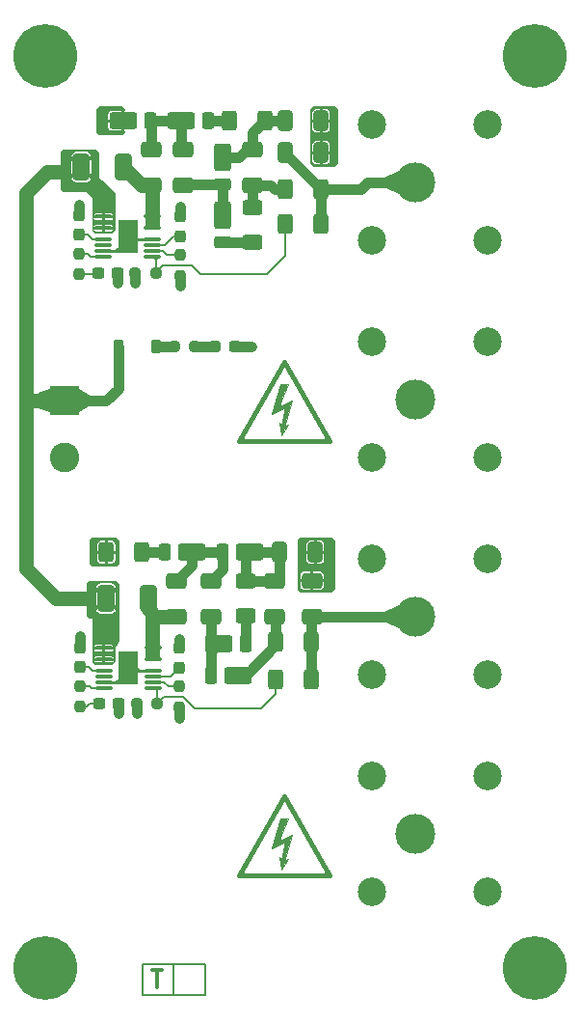
<source format=gbr>
G04 #@! TF.GenerationSoftware,KiCad,Pcbnew,8.0.6*
G04 #@! TF.CreationDate,2024-12-07T23:10:06+01:00*
G04 #@! TF.ProjectId,BOOST_LT8365,424f4f53-545f-44c5-9438-3336352e6b69,rev?*
G04 #@! TF.SameCoordinates,Original*
G04 #@! TF.FileFunction,Copper,L1,Top*
G04 #@! TF.FilePolarity,Positive*
%FSLAX46Y46*%
G04 Gerber Fmt 4.6, Leading zero omitted, Abs format (unit mm)*
G04 Created by KiCad (PCBNEW 8.0.6) date 2024-12-07 23:10:06*
%MOMM*%
%LPD*%
G01*
G04 APERTURE LIST*
G04 Aperture macros list*
%AMRoundRect*
0 Rectangle with rounded corners*
0 $1 Rounding radius*
0 $2 $3 $4 $5 $6 $7 $8 $9 X,Y pos of 4 corners*
0 Add a 4 corners polygon primitive as box body*
4,1,4,$2,$3,$4,$5,$6,$7,$8,$9,$2,$3,0*
0 Add four circle primitives for the rounded corners*
1,1,$1+$1,$2,$3*
1,1,$1+$1,$4,$5*
1,1,$1+$1,$6,$7*
1,1,$1+$1,$8,$9*
0 Add four rect primitives between the rounded corners*
20,1,$1+$1,$2,$3,$4,$5,0*
20,1,$1+$1,$4,$5,$6,$7,0*
20,1,$1+$1,$6,$7,$8,$9,0*
20,1,$1+$1,$8,$9,$2,$3,0*%
G04 Aperture macros list end*
G04 #@! TA.AperFunction,NonConductor*
%ADD10C,0.200000*%
G04 #@! TD*
%ADD11C,0.300000*%
G04 #@! TA.AperFunction,NonConductor*
%ADD12C,0.300000*%
G04 #@! TD*
G04 #@! TA.AperFunction,EtchedComponent*
%ADD13C,0.381000*%
G04 #@! TD*
G04 #@! TA.AperFunction,EtchedComponent*
%ADD14C,0.200000*%
G04 #@! TD*
G04 #@! TA.AperFunction,EtchedComponent*
%ADD15C,0.400000*%
G04 #@! TD*
G04 #@! TA.AperFunction,EtchedComponent*
%ADD16C,0.100000*%
G04 #@! TD*
G04 #@! TA.AperFunction,SMDPad,CuDef*
%ADD17RoundRect,0.250000X0.650000X-0.412500X0.650000X0.412500X-0.650000X0.412500X-0.650000X-0.412500X0*%
G04 #@! TD*
G04 #@! TA.AperFunction,SMDPad,CuDef*
%ADD18RoundRect,0.250000X-0.412500X-0.650000X0.412500X-0.650000X0.412500X0.650000X-0.412500X0.650000X0*%
G04 #@! TD*
G04 #@! TA.AperFunction,ComponentPad*
%ADD19R,2.600000X2.600000*%
G04 #@! TD*
G04 #@! TA.AperFunction,ComponentPad*
%ADD20C,2.600000*%
G04 #@! TD*
G04 #@! TA.AperFunction,SMDPad,CuDef*
%ADD21RoundRect,0.075000X-0.650000X-0.075000X0.650000X-0.075000X0.650000X0.075000X-0.650000X0.075000X0*%
G04 #@! TD*
G04 #@! TA.AperFunction,HeatsinkPad*
%ADD22C,0.550000*%
G04 #@! TD*
G04 #@! TA.AperFunction,HeatsinkPad*
%ADD23R,1.651000X2.845000*%
G04 #@! TD*
G04 #@! TA.AperFunction,SMDPad,CuDef*
%ADD24RoundRect,0.375000X-0.375000X-0.825000X0.375000X-0.825000X0.375000X0.825000X-0.375000X0.825000X0*%
G04 #@! TD*
G04 #@! TA.AperFunction,SMDPad,CuDef*
%ADD25RoundRect,0.237500X-0.250000X-0.237500X0.250000X-0.237500X0.250000X0.237500X-0.250000X0.237500X0*%
G04 #@! TD*
G04 #@! TA.AperFunction,ComponentPad*
%ADD26C,2.500000*%
G04 #@! TD*
G04 #@! TA.AperFunction,ComponentPad*
%ADD27C,3.500000*%
G04 #@! TD*
G04 #@! TA.AperFunction,SMDPad,CuDef*
%ADD28RoundRect,0.250000X-0.950000X-0.500000X0.950000X-0.500000X0.950000X0.500000X-0.950000X0.500000X0*%
G04 #@! TD*
G04 #@! TA.AperFunction,SMDPad,CuDef*
%ADD29RoundRect,0.250000X-0.275000X-0.500000X0.275000X-0.500000X0.275000X0.500000X-0.275000X0.500000X0*%
G04 #@! TD*
G04 #@! TA.AperFunction,SMDPad,CuDef*
%ADD30RoundRect,0.237500X0.237500X-0.300000X0.237500X0.300000X-0.237500X0.300000X-0.237500X-0.300000X0*%
G04 #@! TD*
G04 #@! TA.AperFunction,ComponentPad*
%ADD31C,5.600000*%
G04 #@! TD*
G04 #@! TA.AperFunction,SMDPad,CuDef*
%ADD32RoundRect,0.250000X-0.400000X-0.625000X0.400000X-0.625000X0.400000X0.625000X-0.400000X0.625000X0*%
G04 #@! TD*
G04 #@! TA.AperFunction,SMDPad,CuDef*
%ADD33RoundRect,0.237500X0.250000X0.237500X-0.250000X0.237500X-0.250000X-0.237500X0.250000X-0.237500X0*%
G04 #@! TD*
G04 #@! TA.AperFunction,SMDPad,CuDef*
%ADD34RoundRect,0.225000X-0.225000X-0.375000X0.225000X-0.375000X0.225000X0.375000X-0.225000X0.375000X0*%
G04 #@! TD*
G04 #@! TA.AperFunction,SMDPad,CuDef*
%ADD35RoundRect,0.250000X-0.650000X0.412500X-0.650000X-0.412500X0.650000X-0.412500X0.650000X0.412500X0*%
G04 #@! TD*
G04 #@! TA.AperFunction,SMDPad,CuDef*
%ADD36RoundRect,0.237500X-0.237500X0.250000X-0.237500X-0.250000X0.237500X-0.250000X0.237500X0.250000X0*%
G04 #@! TD*
G04 #@! TA.AperFunction,SMDPad,CuDef*
%ADD37RoundRect,0.250000X0.500000X-0.950000X0.500000X0.950000X-0.500000X0.950000X-0.500000X-0.950000X0*%
G04 #@! TD*
G04 #@! TA.AperFunction,SMDPad,CuDef*
%ADD38RoundRect,0.250000X0.500000X-0.275000X0.500000X0.275000X-0.500000X0.275000X-0.500000X-0.275000X0*%
G04 #@! TD*
G04 #@! TA.AperFunction,SMDPad,CuDef*
%ADD39RoundRect,0.250000X0.950000X0.500000X-0.950000X0.500000X-0.950000X-0.500000X0.950000X-0.500000X0*%
G04 #@! TD*
G04 #@! TA.AperFunction,SMDPad,CuDef*
%ADD40RoundRect,0.250000X0.275000X0.500000X-0.275000X0.500000X-0.275000X-0.500000X0.275000X-0.500000X0*%
G04 #@! TD*
G04 #@! TA.AperFunction,SMDPad,CuDef*
%ADD41RoundRect,0.250000X0.625000X-0.400000X0.625000X0.400000X-0.625000X0.400000X-0.625000X-0.400000X0*%
G04 #@! TD*
G04 #@! TA.AperFunction,SMDPad,CuDef*
%ADD42RoundRect,0.237500X-0.300000X-0.237500X0.300000X-0.237500X0.300000X0.237500X-0.300000X0.237500X0*%
G04 #@! TD*
G04 #@! TA.AperFunction,SMDPad,CuDef*
%ADD43RoundRect,0.250000X0.400000X0.625000X-0.400000X0.625000X-0.400000X-0.625000X0.400000X-0.625000X0*%
G04 #@! TD*
G04 #@! TA.AperFunction,SMDPad,CuDef*
%ADD44RoundRect,0.237500X0.287500X0.237500X-0.287500X0.237500X-0.287500X-0.237500X0.287500X-0.237500X0*%
G04 #@! TD*
G04 #@! TA.AperFunction,ViaPad*
%ADD45C,0.600000*%
G04 #@! TD*
G04 #@! TA.AperFunction,Conductor*
%ADD46C,0.200000*%
G04 #@! TD*
G04 #@! TA.AperFunction,Conductor*
%ADD47C,0.889000*%
G04 #@! TD*
G04 #@! TA.AperFunction,Conductor*
%ADD48C,0.254000*%
G04 #@! TD*
G04 #@! TA.AperFunction,Conductor*
%ADD49C,0.635000*%
G04 #@! TD*
G04 #@! TA.AperFunction,Conductor*
%ADD50C,1.270000*%
G04 #@! TD*
G04 #@! TA.AperFunction,Conductor*
%ADD51C,0.508000*%
G04 #@! TD*
G04 #@! TA.AperFunction,Conductor*
%ADD52C,0.381000*%
G04 #@! TD*
G04 APERTURE END LIST*
D10*
X137000000Y-126150000D02*
X139750000Y-126150000D01*
X139750000Y-128900000D01*
X137000000Y-128900000D01*
X137000000Y-126150000D01*
X139750000Y-126150000D02*
X142500000Y-126150000D01*
X142500000Y-128900000D01*
X139750000Y-128900000D01*
X139750000Y-126150000D01*
D11*
D12*
X137840225Y-126725828D02*
X138697368Y-126725828D01*
X138268796Y-128225828D02*
X138268796Y-126725828D01*
D13*
G04 #@! TO.C,SYM1*
X145479000Y-80295000D02*
X149479000Y-73375000D01*
D14*
X145969000Y-80275000D02*
X145702678Y-79865736D01*
X149029000Y-77050000D02*
X149239000Y-77275000D01*
X149139000Y-78930000D02*
X149649000Y-79020000D01*
X149329000Y-73795000D02*
X149639000Y-73795000D01*
X149346101Y-77314099D02*
X149591899Y-77515901D01*
D13*
X149479000Y-73375000D02*
X153479000Y-80295000D01*
D14*
X152989000Y-80275000D02*
X153255322Y-79865736D01*
D15*
X153479000Y-80295000D02*
X145479000Y-80295000D01*
D16*
X148979000Y-77335000D02*
X150143167Y-76709260D01*
X149488323Y-79095802D01*
X149823021Y-78892073D01*
X149226385Y-79779750D01*
X149008104Y-78732000D01*
X149240938Y-79052146D01*
X149517427Y-77320448D01*
X148396917Y-77917083D01*
X149124521Y-75341364D01*
X149837573Y-75341364D01*
X148979000Y-77335000D01*
G04 #@! TA.AperFunction,EtchedComponent*
G36*
X148979000Y-77335000D02*
G01*
X150143167Y-76709260D01*
X149488323Y-79095802D01*
X149823021Y-78892073D01*
X149226385Y-79779750D01*
X149008104Y-78732000D01*
X149240938Y-79052146D01*
X149517427Y-77320448D01*
X148396917Y-77917083D01*
X149124521Y-75341364D01*
X149837573Y-75341364D01*
X148979000Y-77335000D01*
G37*
G04 #@! TD.AperFunction*
D13*
G04 #@! TO.C,SYM2*
X145479000Y-118395000D02*
X149479000Y-111475000D01*
D14*
X145969000Y-118375000D02*
X145702678Y-117965736D01*
X149029000Y-115150000D02*
X149239000Y-115375000D01*
X149139000Y-117030000D02*
X149649000Y-117120000D01*
X149329000Y-111895000D02*
X149639000Y-111895000D01*
X149346101Y-115414099D02*
X149591899Y-115615901D01*
D13*
X149479000Y-111475000D02*
X153479000Y-118395000D01*
D14*
X152989000Y-118375000D02*
X153255322Y-117965736D01*
D15*
X153479000Y-118395000D02*
X145479000Y-118395000D01*
D16*
X148979000Y-115435000D02*
X150143167Y-114809260D01*
X149488323Y-117195802D01*
X149823021Y-116992073D01*
X149226385Y-117879750D01*
X149008104Y-116832000D01*
X149240938Y-117152146D01*
X149517427Y-115420448D01*
X148396917Y-116017083D01*
X149124521Y-113441364D01*
X149837573Y-113441364D01*
X148979000Y-115435000D01*
G04 #@! TA.AperFunction,EtchedComponent*
G36*
X148979000Y-115435000D02*
G01*
X150143167Y-114809260D01*
X149488323Y-117195802D01*
X149823021Y-116992073D01*
X149226385Y-117879750D01*
X149008104Y-116832000D01*
X149240938Y-117152146D01*
X149517427Y-115420448D01*
X148396917Y-116017083D01*
X149124521Y-113441364D01*
X149837573Y-113441364D01*
X148979000Y-115435000D01*
G37*
G04 #@! TD.AperFunction*
G04 #@! TD*
D17*
G04 #@! TO.P,C6,1*
G04 #@! TO.N,/Positive Voltage/+HV4*
X148590000Y-95669500D03*
G04 #@! TO.P,C6,2*
G04 #@! TO.N,Net-(D2-K)*
X148590000Y-92544500D03*
G04 #@! TD*
D18*
G04 #@! TO.P,C18,1*
G04 #@! TO.N,-110V*
X149567500Y-54991000D03*
G04 #@! TO.P,C18,2*
G04 #@! TO.N,GND*
X152692500Y-54991000D03*
G04 #@! TD*
D19*
G04 #@! TO.P,J3,1,Pin_1*
G04 #@! TO.N,+24V*
X130124000Y-76748000D03*
D20*
G04 #@! TO.P,J3,2,Pin_2*
G04 #@! TO.N,GND*
X130124000Y-81748000D03*
G04 #@! TD*
D21*
G04 #@! TO.P,U3,1,EN/UVLO*
G04 #@! TO.N,+24V*
X133570500Y-60611500D03*
G04 #@! TO.P,U3,3,VIN*
X133570500Y-61611500D03*
G04 #@! TO.P,U3,5,INVTCC*
G04 #@! TO.N,Net-(U3-INVTCC)*
X133570500Y-62611500D03*
G04 #@! TO.P,U3,6,NC*
G04 #@! TO.N,unconnected-(U3-NC-Pad6)*
X133570500Y-63111500D03*
G04 #@! TO.P,U3,7,BIAS*
G04 #@! TO.N,GND*
X133570500Y-63611500D03*
G04 #@! TO.P,U3,8,VC*
G04 #@! TO.N,Net-(U3-VC)*
X133570500Y-64111500D03*
G04 #@! TO.P,U3,9,FBX*
G04 #@! TO.N,Net-(U3-FBX)*
X137870500Y-64111500D03*
G04 #@! TO.P,U3,10,RT*
G04 #@! TO.N,Net-(U3-RT)*
X137870500Y-63611500D03*
G04 #@! TO.P,U3,11,SS*
G04 #@! TO.N,Net-(U3-SS)*
X137870500Y-63111500D03*
G04 #@! TO.P,U3,12,SYNC/MODE*
G04 #@! TO.N,GND*
X137870500Y-62611500D03*
G04 #@! TO.P,U3,14,SW2*
G04 #@! TO.N,/Negative Voltage/-HV1*
X137870500Y-61611500D03*
G04 #@! TO.P,U3,16,SW1*
X137870500Y-60611500D03*
D22*
G04 #@! TO.P,U3,17,GND*
G04 #@! TO.N,GND*
X135170000Y-61214000D03*
X135170000Y-62361500D03*
X135170000Y-63509000D03*
D23*
X135720500Y-62361500D03*
D22*
X136271000Y-61214000D03*
X136271000Y-62361500D03*
X136271000Y-63509000D03*
G04 #@! TD*
D18*
G04 #@! TO.P,C7,1*
G04 #@! TO.N,Net-(D2-K)*
X149059500Y-90043000D03*
G04 #@! TO.P,C7,2*
G04 #@! TO.N,GND*
X152184500Y-90043000D03*
G04 #@! TD*
D17*
G04 #@! TO.P,C13,1*
G04 #@! TO.N,/Negative Voltage/-HV1*
X137795000Y-57823500D03*
G04 #@! TO.P,C13,2*
G04 #@! TO.N,/Negative Voltage/-HV2*
X137795000Y-54698500D03*
G04 #@! TD*
D24*
G04 #@! TO.P,L2,1,1*
G04 #@! TO.N,+24V*
X131627000Y-56261000D03*
G04 #@! TO.P,L2,2,2*
G04 #@! TO.N,/Negative Voltage/-HV1*
X135327000Y-56261000D03*
G04 #@! TD*
D25*
G04 #@! TO.P,R9,1*
G04 #@! TO.N,Net-(D5-A)*
X139803500Y-72009000D03*
G04 #@! TO.P,R9,2*
G04 #@! TO.N,Net-(D6-A)*
X141628500Y-72009000D03*
G04 #@! TD*
D17*
G04 #@! TO.P,C16,1*
G04 #@! TO.N,/Negative Voltage/-HV4*
X146685000Y-57823500D03*
G04 #@! TO.P,C16,2*
G04 #@! TO.N,Net-(D10-K)*
X146685000Y-54698500D03*
G04 #@! TD*
D26*
G04 #@! TO.P,J2,*
G04 #@! TO.N,*
X157200000Y-109670000D03*
X157200000Y-119830000D03*
X167360000Y-109670000D03*
X167360000Y-119830000D03*
D27*
G04 #@! TO.P,J2,1,Pin_1*
G04 #@! TO.N,GND*
X161000000Y-114750000D03*
G04 #@! TD*
D28*
G04 #@! TO.P,D2,1,K*
G04 #@! TO.N,Net-(D2-K)*
X146392000Y-90043000D03*
D29*
G04 #@! TO.P,D2,2,A*
G04 #@! TO.N,/Positive Voltage/+HV2*
X144017000Y-90043000D03*
G04 #@! TD*
D30*
G04 #@! TO.P,C1,1*
G04 #@! TO.N,Net-(U1-SS)*
X140208000Y-100176500D03*
G04 #@! TO.P,C1,2*
G04 #@! TO.N,GND*
X140208000Y-98451500D03*
G04 #@! TD*
D31*
G04 #@! TO.P,H3,1,1*
G04 #@! TO.N,unconnected-(H3-Pad1)*
X171500000Y-46500000D03*
G04 #@! TD*
G04 #@! TO.P,H1,1,1*
G04 #@! TO.N,unconnected-(H1-Pad1)*
X128500000Y-46500000D03*
G04 #@! TD*
D26*
G04 #@! TO.P,J5,*
G04 #@! TO.N,*
X157200000Y-71570000D03*
X157200000Y-81730000D03*
X167360000Y-71570000D03*
X167360000Y-81730000D03*
D27*
G04 #@! TO.P,J5,1,Pin_1*
G04 #@! TO.N,GND*
X161000000Y-76650000D03*
G04 #@! TD*
D18*
G04 #@! TO.P,C17,1*
G04 #@! TO.N,Net-(D10-K)*
X149567500Y-52197000D03*
G04 #@! TO.P,C17,2*
G04 #@! TO.N,GND*
X152692500Y-52197000D03*
G04 #@! TD*
D32*
G04 #@! TO.P,R25,1*
G04 #@! TO.N,/Negative Voltage/-HV4*
X149580000Y-58166000D03*
G04 #@! TO.P,R25,2*
G04 #@! TO.N,-110V*
X152680000Y-58166000D03*
G04 #@! TD*
D33*
G04 #@! TO.P,R24,1*
G04 #@! TO.N,Net-(U3-FBX)*
X138199500Y-65532000D03*
G04 #@! TO.P,R24,2*
G04 #@! TO.N,GND*
X136374500Y-65532000D03*
G04 #@! TD*
D32*
G04 #@! TO.P,R8,1*
G04 #@! TO.N,/Positive Voltage/+HV4*
X148691000Y-97917000D03*
G04 #@! TO.P,R8,2*
G04 #@! TO.N,+110V*
X151791000Y-97917000D03*
G04 #@! TD*
D28*
G04 #@! TO.P,D4,1,K*
G04 #@! TO.N,/Positive Voltage/+HV4*
X145376000Y-100838000D03*
D29*
G04 #@! TO.P,D4,2,A*
G04 #@! TO.N,/Positive Voltage/+HV3*
X143001000Y-100838000D03*
G04 #@! TD*
D34*
G04 #@! TO.P,D5,1,K*
G04 #@! TO.N,+24V*
X134875000Y-72009000D03*
G04 #@! TO.P,D5,2,A*
G04 #@! TO.N,Net-(D5-A)*
X138175000Y-72009000D03*
G04 #@! TD*
D35*
G04 #@! TO.P,C5,1*
G04 #@! TO.N,/Positive Voltage/+HV2*
X143002000Y-92544500D03*
G04 #@! TO.P,C5,2*
G04 #@! TO.N,/Positive Voltage/+HV3*
X143002000Y-95669500D03*
G04 #@! TD*
D32*
G04 #@! TO.P,R23,1*
G04 #@! TO.N,Net-(D9-A)*
X144627000Y-52197000D03*
G04 #@! TO.P,R23,2*
G04 #@! TO.N,Net-(D10-K)*
X147727000Y-52197000D03*
G04 #@! TD*
D17*
G04 #@! TO.P,C3,1*
G04 #@! TO.N,/Positive Voltage/+HV1*
X139954000Y-95669500D03*
G04 #@! TO.P,C3,2*
G04 #@! TO.N,/Positive Voltage/+HV2*
X139954000Y-92544500D03*
G04 #@! TD*
D30*
G04 #@! TO.P,C4,1*
G04 #@! TO.N,Net-(U1-INVTCC)*
X131538000Y-100124500D03*
G04 #@! TO.P,C4,2*
G04 #@! TO.N,GND*
X131538000Y-98399500D03*
G04 #@! TD*
D36*
G04 #@! TO.P,R10,1*
G04 #@! TO.N,Net-(U3-VC)*
X131445000Y-63857500D03*
G04 #@! TO.P,R10,2*
G04 #@! TO.N,Net-(C12-Pad1)*
X131445000Y-65682500D03*
G04 #@! TD*
D37*
G04 #@! TO.P,D11,1,K*
G04 #@! TO.N,/Negative Voltage/-HV3*
X144018000Y-60490000D03*
D38*
G04 #@! TO.P,D11,2,A*
G04 #@! TO.N,Net-(D11-A)*
X144018000Y-62865000D03*
G04 #@! TD*
D31*
G04 #@! TO.P,H2,1,1*
G04 #@! TO.N,unconnected-(H2-Pad1)*
X128500000Y-126500000D03*
G04 #@! TD*
D39*
G04 #@! TO.P,D3,1,K*
G04 #@! TO.N,/Positive Voltage/+HV3*
X143676000Y-98044000D03*
D40*
G04 #@! TO.P,D3,2,A*
G04 #@! TO.N,Net-(D3-A)*
X146051000Y-98044000D03*
G04 #@! TD*
D28*
G04 #@! TO.P,D1,1,K*
G04 #@! TO.N,/Positive Voltage/+HV2*
X141312000Y-90043000D03*
D29*
G04 #@! TO.P,D1,2,A*
G04 #@! TO.N,Net-(D1-A)*
X138937000Y-90043000D03*
G04 #@! TD*
D35*
G04 #@! TO.P,C15,1*
G04 #@! TO.N,/Negative Voltage/-HV2*
X140589000Y-54698500D03*
G04 #@! TO.P,C15,2*
G04 #@! TO.N,/Negative Voltage/-HV3*
X140589000Y-57823500D03*
G04 #@! TD*
D33*
G04 #@! TO.P,R6,1*
G04 #@! TO.N,Net-(U1-FBX)*
X138292500Y-103326000D03*
G04 #@! TO.P,R6,2*
G04 #@! TO.N,GND*
X136467500Y-103326000D03*
G04 #@! TD*
D32*
G04 #@! TO.P,R4,1*
G04 #@! TO.N,Net-(U1-FBX)*
X148691000Y-101219000D03*
G04 #@! TO.P,R4,2*
G04 #@! TO.N,+110V*
X151791000Y-101219000D03*
G04 #@! TD*
D21*
G04 #@! TO.P,U1,1,EN/UVLO*
G04 #@! TO.N,+24V*
X133612000Y-98453000D03*
G04 #@! TO.P,U1,3,VIN*
X133612000Y-99453000D03*
G04 #@! TO.P,U1,5,INVTCC*
G04 #@! TO.N,Net-(U1-INVTCC)*
X133612000Y-100453000D03*
G04 #@! TO.P,U1,6,NC*
G04 #@! TO.N,unconnected-(U1-NC-Pad6)*
X133612000Y-100953000D03*
G04 #@! TO.P,U1,7,BIAS*
G04 #@! TO.N,GND*
X133612000Y-101453000D03*
G04 #@! TO.P,U1,8,VC*
G04 #@! TO.N,Net-(U1-VC)*
X133612000Y-101953000D03*
G04 #@! TO.P,U1,9,FBX*
G04 #@! TO.N,Net-(U1-FBX)*
X137912000Y-101953000D03*
G04 #@! TO.P,U1,10,RT*
G04 #@! TO.N,Net-(U1-RT)*
X137912000Y-101453000D03*
G04 #@! TO.P,U1,11,SS*
G04 #@! TO.N,Net-(U1-SS)*
X137912000Y-100953000D03*
G04 #@! TO.P,U1,12,SYNC/MODE*
G04 #@! TO.N,GND*
X137912000Y-100453000D03*
G04 #@! TO.P,U1,14,SW2*
G04 #@! TO.N,/Positive Voltage/+HV1*
X137912000Y-99453000D03*
G04 #@! TO.P,U1,16,SW1*
X137912000Y-98453000D03*
D22*
G04 #@! TO.P,U1,17,GND*
G04 #@! TO.N,GND*
X135211500Y-99055500D03*
X135211500Y-100203000D03*
X135211500Y-101350500D03*
D23*
X135762000Y-100203000D03*
D22*
X136312500Y-99055500D03*
X136312500Y-100203000D03*
X136312500Y-101350500D03*
G04 #@! TD*
D31*
G04 #@! TO.P,H4,1,1*
G04 #@! TO.N,unconnected-(H4-Pad1)*
X171500000Y-126500000D03*
G04 #@! TD*
D41*
G04 #@! TO.P,R37,1*
G04 #@! TO.N,Net-(D11-A)*
X146685000Y-62891000D03*
G04 #@! TO.P,R37,2*
G04 #@! TO.N,/Negative Voltage/-HV4*
X146685000Y-59791000D03*
G04 #@! TD*
D32*
G04 #@! TO.P,R26,1*
G04 #@! TO.N,Net-(U3-FBX)*
X149580000Y-61214000D03*
G04 #@! TO.P,R26,2*
G04 #@! TO.N,-110V*
X152680000Y-61214000D03*
G04 #@! TD*
D26*
G04 #@! TO.P,J1,*
G04 #@! TO.N,*
X157200000Y-90620000D03*
X157200000Y-100780000D03*
X167360000Y-90620000D03*
X167360000Y-100780000D03*
D27*
G04 #@! TO.P,J1,1,Pin_1*
G04 #@! TO.N,+110V*
X161000000Y-95700000D03*
G04 #@! TD*
D36*
G04 #@! TO.P,R7,1*
G04 #@! TO.N,Net-(U3-RT)*
X140335000Y-63984500D03*
G04 #@! TO.P,R7,2*
G04 #@! TO.N,GND*
X140335000Y-65809500D03*
G04 #@! TD*
D26*
G04 #@! TO.P,J4,*
G04 #@! TO.N,*
X157200000Y-52520000D03*
X157200000Y-62680000D03*
X167360000Y-52520000D03*
X167360000Y-62680000D03*
D27*
G04 #@! TO.P,J4,1,Pin_1*
G04 #@! TO.N,-110V*
X161000000Y-57600000D03*
G04 #@! TD*
D39*
G04 #@! TO.P,D8,1,K*
G04 #@! TO.N,GND*
X135294000Y-52197000D03*
D40*
G04 #@! TO.P,D8,2,A*
G04 #@! TO.N,/Negative Voltage/-HV2*
X137669000Y-52197000D03*
G04 #@! TD*
D37*
G04 #@! TO.P,D10,1,K*
G04 #@! TO.N,Net-(D10-K)*
X144018000Y-55411000D03*
D38*
G04 #@! TO.P,D10,2,A*
G04 #@! TO.N,/Negative Voltage/-HV3*
X144018000Y-57786000D03*
G04 #@! TD*
D17*
G04 #@! TO.P,C8,1*
G04 #@! TO.N,+110V*
X151892000Y-95669500D03*
G04 #@! TO.P,C8,2*
G04 #@! TO.N,GND*
X151892000Y-92544500D03*
G04 #@! TD*
D30*
G04 #@! TO.P,C11,1*
G04 #@! TO.N,Net-(U3-SS)*
X140335000Y-62330500D03*
G04 #@! TO.P,C11,2*
G04 #@! TO.N,GND*
X140335000Y-60605500D03*
G04 #@! TD*
D42*
G04 #@! TO.P,C2,1*
G04 #@! TO.N,Net-(C2-Pad1)*
X133215500Y-103326000D03*
G04 #@! TO.P,C2,2*
G04 #@! TO.N,GND*
X134940500Y-103326000D03*
G04 #@! TD*
D30*
G04 #@! TO.P,C14,1*
G04 #@! TO.N,Net-(U3-INVTCC)*
X131445000Y-62203500D03*
G04 #@! TO.P,C14,2*
G04 #@! TO.N,GND*
X131445000Y-60478500D03*
G04 #@! TD*
D43*
G04 #@! TO.P,R3,1*
G04 #@! TO.N,Net-(D1-A)*
X136932000Y-90043000D03*
G04 #@! TO.P,R3,2*
G04 #@! TO.N,GND*
X133832000Y-90043000D03*
G04 #@! TD*
D41*
G04 #@! TO.P,R5,1*
G04 #@! TO.N,Net-(D3-A)*
X146050000Y-95657000D03*
G04 #@! TO.P,R5,2*
G04 #@! TO.N,Net-(D2-K)*
X146050000Y-92557000D03*
G04 #@! TD*
D44*
G04 #@! TO.P,D6,1,K*
G04 #@! TO.N,GND*
X145123500Y-72009000D03*
G04 #@! TO.P,D6,2,A*
G04 #@! TO.N,Net-(D6-A)*
X143373500Y-72009000D03*
G04 #@! TD*
D39*
G04 #@! TO.P,D9,1,K*
G04 #@! TO.N,/Negative Voltage/-HV2*
X140373000Y-52197000D03*
D40*
G04 #@! TO.P,D9,2,A*
G04 #@! TO.N,Net-(D9-A)*
X142748000Y-52197000D03*
G04 #@! TD*
D24*
G04 #@! TO.P,L1,1,1*
G04 #@! TO.N,+24V*
X133786000Y-94107000D03*
G04 #@! TO.P,L1,2,2*
G04 #@! TO.N,/Positive Voltage/+HV1*
X137486000Y-94107000D03*
G04 #@! TD*
D42*
G04 #@! TO.P,C12,1*
G04 #@! TO.N,Net-(C12-Pad1)*
X133122500Y-65532000D03*
G04 #@! TO.P,C12,2*
G04 #@! TO.N,GND*
X134847500Y-65532000D03*
G04 #@! TD*
D36*
G04 #@! TO.P,R1,1*
G04 #@! TO.N,Net-(U1-RT)*
X140208000Y-101830500D03*
G04 #@! TO.P,R1,2*
G04 #@! TO.N,GND*
X140208000Y-103655500D03*
G04 #@! TD*
G04 #@! TO.P,R2,1*
G04 #@! TO.N,Net-(U1-VC)*
X131538000Y-101778500D03*
G04 #@! TO.P,R2,2*
G04 #@! TO.N,Net-(C2-Pad1)*
X131538000Y-103603500D03*
G04 #@! TD*
D45*
G04 #@! TO.N,GND*
X136467500Y-104140000D03*
X136374500Y-66397500D03*
X140335000Y-66675000D03*
X132715000Y-89281000D03*
X131538000Y-97443000D03*
X133350000Y-53086000D03*
X134940500Y-104200500D03*
X153416000Y-91440000D03*
X140208000Y-97663000D03*
X133350000Y-51308000D03*
X140208000Y-104572750D03*
X153416000Y-90043000D03*
X153797000Y-52197000D03*
X134847500Y-66394500D03*
X132715000Y-90043000D03*
X131445000Y-59563000D03*
X153416000Y-92837000D03*
X132715000Y-90805000D03*
X146558000Y-72009000D03*
X140335000Y-59690000D03*
X133350000Y-52197000D03*
X153797000Y-54991000D03*
X153797000Y-53594000D03*
G04 #@! TD*
D46*
G04 #@! TO.N,Net-(U1-SS)*
X139431500Y-100953000D02*
X140208000Y-100176500D01*
X137913000Y-100953000D02*
X139431500Y-100953000D01*
D47*
G04 #@! TO.N,GND*
X131538000Y-98399500D02*
X131538000Y-97443000D01*
D48*
X133570500Y-63611500D02*
X135067500Y-63611500D01*
D47*
X145123500Y-72009000D02*
X146558000Y-72009000D01*
X136467500Y-103326000D02*
X136467500Y-104140000D01*
X134940500Y-103326000D02*
X134940500Y-104200500D01*
D46*
X137870500Y-62611500D02*
X136521000Y-62611500D01*
D47*
X140208000Y-98451500D02*
X140208000Y-97663000D01*
D48*
X135970500Y-62611500D02*
X135720500Y-62361500D01*
D46*
X136013000Y-100453000D02*
X135763000Y-100203000D01*
D48*
X135110000Y-101453000D02*
X135212500Y-101350500D01*
D49*
X140208000Y-103707250D02*
X140208000Y-104572750D01*
D48*
X133613000Y-101453000D02*
X135110000Y-101453000D01*
X137870500Y-62611500D02*
X135970500Y-62611500D01*
X135067500Y-63611500D02*
X135170000Y-63509000D01*
D47*
X140208000Y-103655500D02*
X140208000Y-104572750D01*
D48*
X136563500Y-100453000D02*
X136313500Y-100203000D01*
D47*
X134847500Y-65532000D02*
X134847500Y-66394500D01*
X140335000Y-60605500D02*
X140335000Y-59690000D01*
X140335000Y-65809500D02*
X140335000Y-66675000D01*
X131445000Y-60478500D02*
X131445000Y-59563000D01*
D48*
X137913000Y-100453000D02*
X136563500Y-100453000D01*
D47*
X136374500Y-65532000D02*
X136374500Y-66397500D01*
D46*
G04 #@! TO.N,Net-(C2-Pad1)*
X132108500Y-103603500D02*
X131538000Y-103603500D01*
X132386000Y-103326000D02*
X132108500Y-103603500D01*
X133215500Y-103326000D02*
X132386000Y-103326000D01*
D47*
G04 #@! TO.N,/Positive Voltage/+HV2*
X139954000Y-92544500D02*
X141312000Y-91186500D01*
X141312000Y-91186500D02*
X141312000Y-90043000D01*
X144018000Y-90044000D02*
X144017000Y-90043000D01*
X144017000Y-90043000D02*
X141312000Y-90043000D01*
X144018000Y-91528500D02*
X144018000Y-90044000D01*
X143002000Y-92544500D02*
X144018000Y-91528500D01*
D50*
G04 #@! TO.N,/Positive Voltage/+HV1*
X139954000Y-95669500D02*
X138087500Y-95669500D01*
D51*
X137486000Y-94814000D02*
X137486000Y-94107000D01*
D50*
X137486000Y-95068000D02*
X137486000Y-94107000D01*
X138087500Y-95669500D02*
X137486000Y-95068000D01*
D46*
G04 #@! TO.N,Net-(U1-INVTCC)*
X133613000Y-100453000D02*
X132584000Y-100453000D01*
X132584000Y-100453000D02*
X132255500Y-100124500D01*
X132255500Y-100124500D02*
X131538000Y-100124500D01*
D47*
G04 #@! TO.N,/Positive Voltage/+HV3*
X143001000Y-100838000D02*
X143001000Y-98719000D01*
X143001000Y-98719000D02*
X143676000Y-98044000D01*
X143002000Y-97370000D02*
X143676000Y-98044000D01*
X143002000Y-95669500D02*
X143002000Y-97370000D01*
G04 #@! TO.N,/Positive Voltage/+HV4*
X148691000Y-98197000D02*
X148691000Y-97917000D01*
X148691000Y-97917000D02*
X148691000Y-95770500D01*
X148691000Y-95770500D02*
X148590000Y-95669500D01*
X145376000Y-100838000D02*
X146050000Y-100838000D01*
X146050000Y-100838000D02*
X148691000Y-98197000D01*
G04 #@! TO.N,Net-(D2-K)*
X146050000Y-92557000D02*
X146050000Y-90385000D01*
X146392000Y-90043000D02*
X149059500Y-90043000D01*
X149059500Y-92075000D02*
X148590000Y-92544500D01*
X149059500Y-90043000D02*
X149059500Y-92075000D01*
X146050000Y-90385000D02*
X146392000Y-90043000D01*
X148590000Y-92544500D02*
X146062500Y-92544500D01*
X146062500Y-92544500D02*
X146050000Y-92557000D01*
D51*
G04 #@! TO.N,+110V*
X160468500Y-95669500D02*
X160499000Y-95700000D01*
D47*
X151791000Y-97917000D02*
X151791000Y-95770500D01*
X152552400Y-95669500D02*
X152582900Y-95700000D01*
X151791000Y-101219000D02*
X151791000Y-97917000D01*
X151892000Y-95669500D02*
X152552400Y-95669500D01*
X152582900Y-95700000D02*
X161000000Y-95700000D01*
X151791000Y-95770500D02*
X151892000Y-95669500D01*
D46*
G04 #@! TO.N,Net-(U3-SS)*
X138932250Y-63111500D02*
X139713250Y-62330500D01*
X139713250Y-62330500D02*
X140335000Y-62330500D01*
X137870500Y-63111500D02*
X138932250Y-63111500D01*
G04 #@! TO.N,Net-(C12-Pad1)*
X131445000Y-65682500D02*
X132972000Y-65682500D01*
X132972000Y-65682500D02*
X133122500Y-65532000D01*
D48*
G04 #@! TO.N,/Negative Voltage/-HV1*
X137870500Y-57899000D02*
X137795000Y-57823500D01*
D50*
X137795000Y-57823500D02*
X136889500Y-57823500D01*
X136889500Y-57823500D02*
X135327000Y-56261000D01*
D47*
G04 #@! TO.N,/Negative Voltage/-HV2*
X137669000Y-52197000D02*
X140373000Y-52197000D01*
X137795000Y-54698500D02*
X137795000Y-52323000D01*
X140373000Y-54482500D02*
X140589000Y-54698500D01*
X137795000Y-52323000D02*
X137669000Y-52197000D01*
X140373000Y-52197000D02*
X140373000Y-54482500D01*
D46*
G04 #@! TO.N,Net-(U3-INVTCC)*
X132588500Y-62611500D02*
X132180500Y-62203500D01*
X133570500Y-62611500D02*
X132588500Y-62611500D01*
X132180500Y-62203500D02*
X131445000Y-62203500D01*
D47*
G04 #@! TO.N,/Negative Voltage/-HV3*
X140626500Y-57786000D02*
X140589000Y-57823500D01*
X144018000Y-57786000D02*
X144018000Y-60490000D01*
X144018000Y-57786000D02*
X140626500Y-57786000D01*
G04 #@! TO.N,Net-(D10-K)*
X146685000Y-54698500D02*
X146685000Y-53239000D01*
X146685000Y-53239000D02*
X147727000Y-52197000D01*
X146164700Y-54698500D02*
X146685000Y-54698500D01*
X147727000Y-52197000D02*
X149567500Y-52197000D01*
X144018000Y-55411000D02*
X145452200Y-55411000D01*
X145452200Y-55411000D02*
X146164700Y-54698500D01*
G04 #@! TO.N,/Negative Voltage/-HV4*
X146685000Y-57823500D02*
X146685000Y-59791000D01*
X148297500Y-57823500D02*
X146685000Y-57823500D01*
D51*
X147066000Y-60172000D02*
X146685000Y-59791000D01*
D47*
X148640000Y-58166000D02*
X148297500Y-57823500D01*
X149580000Y-58166000D02*
X148640000Y-58166000D01*
G04 #@! TO.N,-110V*
X156210000Y-58166000D02*
X156776000Y-57600000D01*
X152654000Y-58166000D02*
X149567500Y-55079500D01*
D51*
X160499000Y-57600000D02*
X157937200Y-57600000D01*
D47*
X152680000Y-58166000D02*
X152680000Y-61214000D01*
X152680000Y-58166000D02*
X152654000Y-58166000D01*
X157937200Y-57600000D02*
X161000000Y-57600000D01*
X152680000Y-58166000D02*
X156210000Y-58166000D01*
X149567500Y-55079500D02*
X149567500Y-54991000D01*
X156776000Y-57600000D02*
X157937200Y-57600000D01*
G04 #@! TO.N,Net-(D1-A)*
X138937000Y-90043000D02*
X136932000Y-90043000D01*
G04 #@! TO.N,Net-(D3-A)*
X146051000Y-98044000D02*
X146051000Y-95658000D01*
X146051000Y-95658000D02*
X146050000Y-95657000D01*
G04 #@! TO.N,Net-(D9-A)*
X142748000Y-52197000D02*
X144627000Y-52197000D01*
G04 #@! TO.N,Net-(D11-A)*
X144044000Y-62891000D02*
X144018000Y-62865000D01*
X146685000Y-62891000D02*
X144044000Y-62891000D01*
G04 #@! TO.N,+24V*
X133818000Y-76748000D02*
X134875000Y-75691000D01*
D52*
X130164000Y-76708000D02*
X130124000Y-76748000D01*
D50*
X126746000Y-77089000D02*
X126746000Y-58547000D01*
X130124000Y-76748000D02*
X127341000Y-76748000D01*
X129413000Y-94107000D02*
X132207000Y-94107000D01*
X126746000Y-75946000D02*
X126746000Y-91440000D01*
D47*
X134875000Y-75691000D02*
X134875000Y-72009000D01*
X130124000Y-76748000D02*
X133818000Y-76748000D01*
D50*
X126746000Y-58547000D02*
X128651000Y-56642000D01*
X128651000Y-56642000D02*
X130048000Y-56642000D01*
X126746000Y-91440000D02*
X129413000Y-94107000D01*
D46*
G04 #@! TO.N,Net-(U1-RT)*
X139295500Y-101830500D02*
X138918000Y-101453000D01*
X140208000Y-101830500D02*
X139295500Y-101830500D01*
X138918000Y-101453000D02*
X137913000Y-101453000D01*
G04 #@! TO.N,Net-(U1-VC)*
X132560000Y-101953000D02*
X132385500Y-101778500D01*
X133613000Y-101953000D02*
X132560000Y-101953000D01*
X132385500Y-101778500D02*
X131538000Y-101778500D01*
G04 #@! TO.N,Net-(U1-FBX)*
X138430000Y-102039250D02*
X138292500Y-102176750D01*
X138107250Y-102039250D02*
X138244750Y-102176750D01*
X137913000Y-101953000D02*
X137941000Y-101981000D01*
X138875500Y-102743000D02*
X140589000Y-102743000D01*
X138292500Y-103326000D02*
X138875500Y-102743000D01*
X140589000Y-102743000D02*
X141605000Y-103759000D01*
X147447000Y-103759000D02*
X148691000Y-102515000D01*
X141605000Y-103759000D02*
X147447000Y-103759000D01*
X138292500Y-102118500D02*
X138292500Y-103326000D01*
X148691000Y-102515000D02*
X148691000Y-101092000D01*
G04 #@! TO.N,Net-(U3-RT)*
X138795500Y-63611500D02*
X137870500Y-63611500D01*
X139168500Y-63984500D02*
X138795500Y-63611500D01*
X140335000Y-63984500D02*
X139168500Y-63984500D01*
G04 #@! TO.N,Net-(U3-VC)*
X132437500Y-64111500D02*
X132183500Y-63857500D01*
X132183500Y-63857500D02*
X131445000Y-63857500D01*
X133570500Y-64111500D02*
X132437500Y-64111500D01*
G04 #@! TO.N,Net-(U3-FBX)*
X141351000Y-64897000D02*
X142113000Y-65659000D01*
X138176000Y-64417000D02*
X138176000Y-65508500D01*
X138834500Y-64897000D02*
X141351000Y-64897000D01*
X137870500Y-64111500D02*
X137894000Y-64135000D01*
X138199500Y-65532000D02*
X138834500Y-64897000D01*
X137894000Y-64135000D02*
X138303000Y-64135000D01*
X147955000Y-65659000D02*
X149580000Y-64034000D01*
X149580000Y-64034000D02*
X149580000Y-61214000D01*
X142113000Y-65659000D02*
X147955000Y-65659000D01*
X138176000Y-64389000D02*
X138455750Y-64109250D01*
X137870500Y-64111500D02*
X138176000Y-64417000D01*
X138176000Y-64417000D02*
X138176000Y-64389000D01*
X138176000Y-65508500D02*
X138199500Y-65532000D01*
D47*
G04 #@! TO.N,Net-(D5-A)*
X138175000Y-72009000D02*
X139803500Y-72009000D01*
G04 #@! TO.N,Net-(D6-A)*
X141628500Y-72009000D02*
X143373500Y-72009000D01*
G04 #@! TD*
G04 #@! TA.AperFunction,Conductor*
G04 #@! TO.N,GND*
G36*
X153942306Y-50945306D02*
G01*
X154159694Y-51162694D01*
X154178000Y-51206888D01*
X154178000Y-55981112D01*
X154159694Y-56025306D01*
X153942306Y-56242694D01*
X153898112Y-56261000D01*
X152111320Y-56261000D01*
X152067126Y-56242694D01*
X151783306Y-55958874D01*
X151765000Y-55914680D01*
X151765000Y-55676777D01*
X151903001Y-55676777D01*
X151913676Y-55750056D01*
X151913678Y-55750060D01*
X151968936Y-55863095D01*
X152057904Y-55952063D01*
X152170941Y-56007322D01*
X152244221Y-56017999D01*
X152565500Y-56017999D01*
X152819500Y-56017999D01*
X153140778Y-56017999D01*
X153214056Y-56007323D01*
X153214060Y-56007321D01*
X153327095Y-55952063D01*
X153416063Y-55863095D01*
X153471322Y-55750058D01*
X153482000Y-55676778D01*
X153482000Y-55118000D01*
X152819500Y-55118000D01*
X152819500Y-56017999D01*
X152565500Y-56017999D01*
X152565500Y-55118000D01*
X151903001Y-55118000D01*
X151903001Y-55676777D01*
X151765000Y-55676777D01*
X151765000Y-54305221D01*
X151903000Y-54305221D01*
X151903000Y-54864000D01*
X152565500Y-54864000D01*
X152819500Y-54864000D01*
X153481999Y-54864000D01*
X153481999Y-54305222D01*
X153471323Y-54231943D01*
X153471321Y-54231939D01*
X153416063Y-54118904D01*
X153327095Y-54029936D01*
X153214058Y-53974677D01*
X153140778Y-53964000D01*
X152819500Y-53964000D01*
X152819500Y-54864000D01*
X152565500Y-54864000D01*
X152565500Y-53964000D01*
X152244222Y-53964000D01*
X152170943Y-53974676D01*
X152170939Y-53974678D01*
X152057904Y-54029936D01*
X151968936Y-54118904D01*
X151913677Y-54231941D01*
X151903000Y-54305221D01*
X151765000Y-54305221D01*
X151765000Y-52882777D01*
X151903001Y-52882777D01*
X151913676Y-52956056D01*
X151913678Y-52956060D01*
X151968936Y-53069095D01*
X152057904Y-53158063D01*
X152170941Y-53213322D01*
X152244221Y-53223999D01*
X152565500Y-53223999D01*
X152819500Y-53223999D01*
X153140778Y-53223999D01*
X153214056Y-53213323D01*
X153214060Y-53213321D01*
X153327095Y-53158063D01*
X153416063Y-53069095D01*
X153471322Y-52956058D01*
X153482000Y-52882778D01*
X153482000Y-52324000D01*
X152819500Y-52324000D01*
X152819500Y-53223999D01*
X152565500Y-53223999D01*
X152565500Y-52324000D01*
X151903001Y-52324000D01*
X151903001Y-52882777D01*
X151765000Y-52882777D01*
X151765000Y-51511221D01*
X151903000Y-51511221D01*
X151903000Y-52070000D01*
X152565500Y-52070000D01*
X152819500Y-52070000D01*
X153481999Y-52070000D01*
X153481999Y-51511222D01*
X153471323Y-51437943D01*
X153471321Y-51437939D01*
X153416063Y-51324904D01*
X153327095Y-51235936D01*
X153214058Y-51180677D01*
X153140778Y-51170000D01*
X152819500Y-51170000D01*
X152819500Y-52070000D01*
X152565500Y-52070000D01*
X152565500Y-51170000D01*
X152244222Y-51170000D01*
X152170943Y-51180676D01*
X152170939Y-51180678D01*
X152057904Y-51235936D01*
X151968936Y-51324904D01*
X151913677Y-51437941D01*
X151903000Y-51511221D01*
X151765000Y-51511221D01*
X151765000Y-51206888D01*
X151783306Y-51162694D01*
X152000694Y-50945306D01*
X152044888Y-50927000D01*
X153898112Y-50927000D01*
X153942306Y-50945306D01*
G37*
G04 #@! TD.AperFunction*
G04 #@! TD*
G04 #@! TA.AperFunction,Conductor*
G04 #@! TO.N,+24V*
G36*
X132987306Y-54755306D02*
G01*
X133204694Y-54972694D01*
X133223000Y-55016888D01*
X133223000Y-57277000D01*
X133419586Y-57437842D01*
X133419587Y-57437844D01*
X134412533Y-58250255D01*
X134429435Y-58271863D01*
X134613979Y-58661294D01*
X134620000Y-58688058D01*
X134620000Y-61823112D01*
X134601694Y-61867306D01*
X134384306Y-62084694D01*
X134340112Y-62103000D01*
X132867888Y-62103000D01*
X132823694Y-62084694D01*
X132606306Y-61867306D01*
X132588000Y-61823112D01*
X132588000Y-61738500D01*
X132724887Y-61738500D01*
X132730220Y-61765314D01*
X132730222Y-61765319D01*
X132774865Y-61832133D01*
X132774866Y-61832134D01*
X132841682Y-61876778D01*
X132900607Y-61888499D01*
X133443500Y-61888499D01*
X133697500Y-61888499D01*
X134240391Y-61888499D01*
X134240392Y-61888498D01*
X134299314Y-61876779D01*
X134299319Y-61876777D01*
X134366133Y-61832134D01*
X134366134Y-61832133D01*
X134410777Y-61765319D01*
X134410779Y-61765314D01*
X134416113Y-61738500D01*
X133697500Y-61738500D01*
X133697500Y-61888499D01*
X133443500Y-61888499D01*
X133443500Y-61738500D01*
X132724887Y-61738500D01*
X132588000Y-61738500D01*
X132588000Y-61484499D01*
X132724887Y-61484499D01*
X132724887Y-61484500D01*
X133443500Y-61484500D01*
X133697500Y-61484500D01*
X134416113Y-61484500D01*
X134416112Y-61484499D01*
X134410779Y-61457685D01*
X134410777Y-61457680D01*
X134366134Y-61390866D01*
X134366133Y-61390865D01*
X134299317Y-61346221D01*
X134240392Y-61334500D01*
X133697500Y-61334500D01*
X133697500Y-61484500D01*
X133443500Y-61484500D01*
X133443500Y-61334500D01*
X132900609Y-61334500D01*
X132900607Y-61334501D01*
X132841685Y-61346220D01*
X132841680Y-61346222D01*
X132774866Y-61390865D01*
X132774865Y-61390866D01*
X132730222Y-61457680D01*
X132730220Y-61457685D01*
X132724887Y-61484499D01*
X132588000Y-61484499D01*
X132588000Y-60738500D01*
X132724887Y-60738500D01*
X132730220Y-60765314D01*
X132730222Y-60765319D01*
X132774865Y-60832133D01*
X132774866Y-60832134D01*
X132841682Y-60876778D01*
X132900607Y-60888499D01*
X133443500Y-60888499D01*
X133697500Y-60888499D01*
X134240391Y-60888499D01*
X134240392Y-60888498D01*
X134299314Y-60876779D01*
X134299319Y-60876777D01*
X134366133Y-60832134D01*
X134366134Y-60832133D01*
X134410777Y-60765319D01*
X134410779Y-60765314D01*
X134416113Y-60738500D01*
X133697500Y-60738500D01*
X133697500Y-60888499D01*
X133443500Y-60888499D01*
X133443500Y-60738500D01*
X132724887Y-60738500D01*
X132588000Y-60738500D01*
X132588000Y-60484499D01*
X132724887Y-60484499D01*
X132724887Y-60484500D01*
X133443500Y-60484500D01*
X133697500Y-60484500D01*
X134416113Y-60484500D01*
X134416112Y-60484499D01*
X134410779Y-60457685D01*
X134410777Y-60457680D01*
X134366134Y-60390866D01*
X134366133Y-60390865D01*
X134299317Y-60346221D01*
X134240392Y-60334500D01*
X133697500Y-60334500D01*
X133697500Y-60484500D01*
X133443500Y-60484500D01*
X133443500Y-60334500D01*
X132900609Y-60334500D01*
X132900607Y-60334501D01*
X132841685Y-60346220D01*
X132841680Y-60346222D01*
X132774866Y-60390865D01*
X132774865Y-60390866D01*
X132730222Y-60457680D01*
X132730220Y-60457685D01*
X132724887Y-60484499D01*
X132588000Y-60484499D01*
X132588000Y-59182000D01*
X132588000Y-58928000D01*
X132080000Y-58420000D01*
X131826002Y-58420000D01*
X130073888Y-58420000D01*
X130029694Y-58401694D01*
X129812306Y-58184306D01*
X129794000Y-58140112D01*
X129794000Y-57279291D01*
X130788312Y-57279291D01*
X130806873Y-57329053D01*
X130806876Y-57329058D01*
X130893382Y-57444617D01*
X131008941Y-57531123D01*
X131008946Y-57531126D01*
X131144193Y-57581571D01*
X131203984Y-57587999D01*
X132050006Y-57587999D01*
X132050023Y-57587998D01*
X132109804Y-57581571D01*
X132109809Y-57581570D01*
X132245053Y-57531126D01*
X132245058Y-57531123D01*
X132360617Y-57444617D01*
X132447125Y-57329056D01*
X132465685Y-57279290D01*
X132465685Y-57279289D01*
X131627000Y-56440605D01*
X130788313Y-57279289D01*
X130788312Y-57279291D01*
X129794000Y-57279291D01*
X129794000Y-56958394D01*
X130750000Y-56958394D01*
X131447395Y-56261000D01*
X131447395Y-56260999D01*
X131806605Y-56260999D01*
X131806605Y-56261000D01*
X132503998Y-56958394D01*
X132503999Y-56958394D01*
X132503999Y-55563604D01*
X132503998Y-55563604D01*
X131806605Y-56260999D01*
X131447395Y-56260999D01*
X130750000Y-55563604D01*
X130750000Y-56958394D01*
X129794000Y-56958394D01*
X129794000Y-55242707D01*
X130788313Y-55242707D01*
X130788313Y-55242708D01*
X131627000Y-56081395D01*
X132465685Y-55242709D01*
X132465686Y-55242707D01*
X132447124Y-55192942D01*
X132360617Y-55077382D01*
X132245058Y-54990876D01*
X132245053Y-54990873D01*
X132109806Y-54940428D01*
X132050015Y-54934000D01*
X131203993Y-54934000D01*
X131203976Y-54934001D01*
X131144195Y-54940428D01*
X131144190Y-54940429D01*
X131008946Y-54990873D01*
X131008941Y-54990876D01*
X130893382Y-55077382D01*
X130806876Y-55192941D01*
X130806873Y-55192946D01*
X130788313Y-55242707D01*
X129794000Y-55242707D01*
X129794000Y-55016888D01*
X129812306Y-54972694D01*
X130029694Y-54755306D01*
X130073888Y-54737000D01*
X132943112Y-54737000D01*
X132987306Y-54755306D01*
G37*
G04 #@! TD.AperFunction*
G04 #@! TD*
G04 #@! TA.AperFunction,Conductor*
G04 #@! TO.N,GND*
G36*
X134765306Y-88791306D02*
G01*
X134982694Y-89008694D01*
X135001000Y-89052888D01*
X135001000Y-91033112D01*
X134982694Y-91077306D01*
X134765306Y-91294694D01*
X134721112Y-91313000D01*
X132613888Y-91313000D01*
X132569694Y-91294694D01*
X132352306Y-91077306D01*
X132334000Y-91033112D01*
X132334000Y-90703777D01*
X133055001Y-90703777D01*
X133065676Y-90777056D01*
X133065678Y-90777060D01*
X133120936Y-90890095D01*
X133209904Y-90979063D01*
X133322941Y-91034322D01*
X133396221Y-91044999D01*
X133705000Y-91044999D01*
X133959000Y-91044999D01*
X134267778Y-91044999D01*
X134341056Y-91034323D01*
X134341060Y-91034321D01*
X134454095Y-90979063D01*
X134543063Y-90890095D01*
X134598322Y-90777058D01*
X134609000Y-90703778D01*
X134609000Y-90170000D01*
X133959000Y-90170000D01*
X133959000Y-91044999D01*
X133705000Y-91044999D01*
X133705000Y-90170000D01*
X133055001Y-90170000D01*
X133055001Y-90703777D01*
X132334000Y-90703777D01*
X132334000Y-89382221D01*
X133055000Y-89382221D01*
X133055000Y-89916000D01*
X133705000Y-89916000D01*
X133959000Y-89916000D01*
X134608999Y-89916000D01*
X134608999Y-89382222D01*
X134598323Y-89308943D01*
X134598321Y-89308939D01*
X134543063Y-89195904D01*
X134454095Y-89106936D01*
X134341058Y-89051677D01*
X134267778Y-89041000D01*
X133959000Y-89041000D01*
X133959000Y-89916000D01*
X133705000Y-89916000D01*
X133705000Y-89041000D01*
X133396222Y-89041000D01*
X133322943Y-89051676D01*
X133322939Y-89051678D01*
X133209904Y-89106936D01*
X133120936Y-89195904D01*
X133065677Y-89308941D01*
X133055000Y-89382221D01*
X132334000Y-89382221D01*
X132334000Y-89052888D01*
X132352306Y-89008694D01*
X132569694Y-88791306D01*
X132613888Y-88773000D01*
X134721112Y-88773000D01*
X134765306Y-88791306D01*
G37*
G04 #@! TD.AperFunction*
G04 #@! TD*
G04 #@! TA.AperFunction,Conductor*
G04 #@! TO.N,GND*
G36*
X135273306Y-50945306D02*
G01*
X135490694Y-51162694D01*
X135509000Y-51206888D01*
X135509000Y-51257500D01*
X135490694Y-51301694D01*
X135446500Y-51320000D01*
X135421000Y-51320000D01*
X135421000Y-53073999D01*
X135446500Y-53073999D01*
X135490694Y-53092305D01*
X135509000Y-53136499D01*
X135509000Y-53187112D01*
X135490694Y-53231306D01*
X135273306Y-53448694D01*
X135229112Y-53467000D01*
X133248888Y-53467000D01*
X133204694Y-53448694D01*
X132987306Y-53231306D01*
X132969000Y-53187112D01*
X132969000Y-52732777D01*
X133967001Y-52732777D01*
X133977676Y-52806056D01*
X133977678Y-52806060D01*
X134032936Y-52919095D01*
X134121904Y-53008063D01*
X134234941Y-53063322D01*
X134308221Y-53073999D01*
X135167000Y-53073999D01*
X135167000Y-52324000D01*
X133967001Y-52324000D01*
X133967001Y-52732777D01*
X132969000Y-52732777D01*
X132969000Y-51661221D01*
X133967000Y-51661221D01*
X133967000Y-52070000D01*
X135167000Y-52070000D01*
X135167000Y-51320000D01*
X134308222Y-51320000D01*
X134234943Y-51330676D01*
X134234939Y-51330678D01*
X134121904Y-51385936D01*
X134032936Y-51474904D01*
X133977677Y-51587941D01*
X133967000Y-51661221D01*
X132969000Y-51661221D01*
X132969000Y-51206888D01*
X132987306Y-51162694D01*
X133204694Y-50945306D01*
X133248888Y-50927000D01*
X135229112Y-50927000D01*
X135273306Y-50945306D01*
G37*
G04 #@! TD.AperFunction*
G04 #@! TD*
G04 #@! TA.AperFunction,Conductor*
G04 #@! TO.N,GND*
G36*
X153688306Y-88791306D02*
G01*
X153905694Y-89008694D01*
X153924000Y-89052888D01*
X153924000Y-93319112D01*
X153905694Y-93363306D01*
X153688306Y-93580694D01*
X153644112Y-93599000D01*
X150901888Y-93599000D01*
X150857694Y-93580694D01*
X150640306Y-93363306D01*
X150622000Y-93319112D01*
X150622000Y-92992777D01*
X150865001Y-92992777D01*
X150875676Y-93066056D01*
X150875678Y-93066060D01*
X150930936Y-93179095D01*
X151019904Y-93268063D01*
X151132941Y-93323322D01*
X151206221Y-93333999D01*
X151765000Y-93333999D01*
X152019000Y-93333999D01*
X152577778Y-93333999D01*
X152651056Y-93323323D01*
X152651060Y-93323321D01*
X152764095Y-93268063D01*
X152853063Y-93179095D01*
X152908322Y-93066058D01*
X152919000Y-92992778D01*
X152919000Y-92671500D01*
X152019000Y-92671500D01*
X152019000Y-93333999D01*
X151765000Y-93333999D01*
X151765000Y-92671500D01*
X150865001Y-92671500D01*
X150865001Y-92992777D01*
X150622000Y-92992777D01*
X150622000Y-92096221D01*
X150865000Y-92096221D01*
X150865000Y-92417500D01*
X151765000Y-92417500D01*
X152019000Y-92417500D01*
X152918999Y-92417500D01*
X152918999Y-92096222D01*
X152908323Y-92022943D01*
X152908321Y-92022939D01*
X152853063Y-91909904D01*
X152764095Y-91820936D01*
X152651058Y-91765677D01*
X152577778Y-91755000D01*
X152019000Y-91755000D01*
X152019000Y-92417500D01*
X151765000Y-92417500D01*
X151765000Y-91755000D01*
X151206222Y-91755000D01*
X151132943Y-91765676D01*
X151132939Y-91765678D01*
X151019904Y-91820936D01*
X150930936Y-91909904D01*
X150875677Y-92022941D01*
X150865000Y-92096221D01*
X150622000Y-92096221D01*
X150622000Y-90728777D01*
X151395001Y-90728777D01*
X151405676Y-90802056D01*
X151405678Y-90802060D01*
X151460936Y-90915095D01*
X151549904Y-91004063D01*
X151662941Y-91059322D01*
X151736221Y-91069999D01*
X152057500Y-91069999D01*
X152311500Y-91069999D01*
X152632778Y-91069999D01*
X152706056Y-91059323D01*
X152706060Y-91059321D01*
X152819095Y-91004063D01*
X152908063Y-90915095D01*
X152963322Y-90802058D01*
X152974000Y-90728778D01*
X152974000Y-90170000D01*
X152311500Y-90170000D01*
X152311500Y-91069999D01*
X152057500Y-91069999D01*
X152057500Y-90170000D01*
X151395001Y-90170000D01*
X151395001Y-90728777D01*
X150622000Y-90728777D01*
X150622000Y-89357221D01*
X151395000Y-89357221D01*
X151395000Y-89916000D01*
X152057500Y-89916000D01*
X152311500Y-89916000D01*
X152973999Y-89916000D01*
X152973999Y-89357222D01*
X152963323Y-89283943D01*
X152963321Y-89283939D01*
X152908063Y-89170904D01*
X152819095Y-89081936D01*
X152706058Y-89026677D01*
X152632778Y-89016000D01*
X152311500Y-89016000D01*
X152311500Y-89916000D01*
X152057500Y-89916000D01*
X152057500Y-89016000D01*
X151736222Y-89016000D01*
X151662943Y-89026676D01*
X151662939Y-89026678D01*
X151549904Y-89081936D01*
X151460936Y-89170904D01*
X151405677Y-89283941D01*
X151395000Y-89357221D01*
X150622000Y-89357221D01*
X150622000Y-89052888D01*
X150640306Y-89008694D01*
X150857694Y-88791306D01*
X150901888Y-88773000D01*
X153644112Y-88773000D01*
X153688306Y-88791306D01*
G37*
G04 #@! TD.AperFunction*
G04 #@! TD*
G04 #@! TA.AperFunction,Conductor*
G04 #@! TO.N,+24V*
G36*
X134765306Y-92601306D02*
G01*
X134982694Y-92818694D01*
X135001000Y-92862888D01*
X135001000Y-97799373D01*
X134993605Y-97828864D01*
X134810500Y-98171000D01*
X134620000Y-98298000D01*
X134620000Y-98526953D01*
X134620000Y-99669112D01*
X134601694Y-99713306D01*
X134384306Y-99930694D01*
X134340112Y-99949000D01*
X132867888Y-99949000D01*
X132823694Y-99930694D01*
X132606306Y-99713306D01*
X132588000Y-99669112D01*
X132588000Y-99580000D01*
X132766387Y-99580000D01*
X132771720Y-99606814D01*
X132771722Y-99606819D01*
X132816365Y-99673633D01*
X132816366Y-99673634D01*
X132883182Y-99718278D01*
X132942107Y-99729999D01*
X133485000Y-99729999D01*
X133739000Y-99729999D01*
X134281891Y-99729999D01*
X134281892Y-99729998D01*
X134340814Y-99718279D01*
X134340819Y-99718277D01*
X134407633Y-99673634D01*
X134407634Y-99673633D01*
X134452277Y-99606819D01*
X134452279Y-99606814D01*
X134457613Y-99580000D01*
X133739000Y-99580000D01*
X133739000Y-99729999D01*
X133485000Y-99729999D01*
X133485000Y-99580000D01*
X132766387Y-99580000D01*
X132588000Y-99580000D01*
X132588000Y-99325999D01*
X132766387Y-99325999D01*
X132766387Y-99326000D01*
X133485000Y-99326000D01*
X133739000Y-99326000D01*
X134457613Y-99326000D01*
X134457612Y-99325999D01*
X134452279Y-99299185D01*
X134452277Y-99299180D01*
X134407634Y-99232366D01*
X134407633Y-99232365D01*
X134340817Y-99187721D01*
X134281892Y-99176000D01*
X133739000Y-99176000D01*
X133739000Y-99326000D01*
X133485000Y-99326000D01*
X133485000Y-99176000D01*
X132942109Y-99176000D01*
X132942107Y-99176001D01*
X132883185Y-99187720D01*
X132883180Y-99187722D01*
X132816366Y-99232365D01*
X132816365Y-99232366D01*
X132771722Y-99299180D01*
X132771720Y-99299185D01*
X132766387Y-99325999D01*
X132588000Y-99325999D01*
X132588000Y-98580000D01*
X132766387Y-98580000D01*
X132771720Y-98606814D01*
X132771722Y-98606819D01*
X132816365Y-98673633D01*
X132816366Y-98673634D01*
X132883182Y-98718278D01*
X132942107Y-98729999D01*
X133485000Y-98729999D01*
X133739000Y-98729999D01*
X134281891Y-98729999D01*
X134281892Y-98729998D01*
X134340814Y-98718279D01*
X134340819Y-98718277D01*
X134407633Y-98673634D01*
X134407634Y-98673633D01*
X134452277Y-98606819D01*
X134452279Y-98606814D01*
X134457613Y-98580000D01*
X133739000Y-98580000D01*
X133739000Y-98729999D01*
X133485000Y-98729999D01*
X133485000Y-98580000D01*
X132766387Y-98580000D01*
X132588000Y-98580000D01*
X132588000Y-98325999D01*
X132766387Y-98325999D01*
X132766387Y-98326000D01*
X133485000Y-98326000D01*
X133739000Y-98326000D01*
X134457613Y-98326000D01*
X134457612Y-98325999D01*
X134452279Y-98299185D01*
X134452277Y-98299180D01*
X134407634Y-98232366D01*
X134407633Y-98232365D01*
X134340817Y-98187721D01*
X134281892Y-98176000D01*
X133739000Y-98176000D01*
X133739000Y-98326000D01*
X133485000Y-98326000D01*
X133485000Y-98176000D01*
X132942109Y-98176000D01*
X132942107Y-98176001D01*
X132883185Y-98187720D01*
X132883180Y-98187722D01*
X132816366Y-98232365D01*
X132816365Y-98232366D01*
X132771722Y-98299180D01*
X132771720Y-98299185D01*
X132766387Y-98325999D01*
X132588000Y-98325999D01*
X132588000Y-96139000D01*
X132588000Y-95885000D01*
X132334000Y-95885000D01*
X132098306Y-95649306D01*
X132080000Y-95605112D01*
X132080000Y-95125291D01*
X132947312Y-95125291D01*
X132965873Y-95175053D01*
X132965876Y-95175058D01*
X133052382Y-95290617D01*
X133167941Y-95377123D01*
X133167946Y-95377126D01*
X133303193Y-95427571D01*
X133362984Y-95433999D01*
X134209006Y-95433999D01*
X134209023Y-95433998D01*
X134268804Y-95427571D01*
X134268809Y-95427570D01*
X134404053Y-95377126D01*
X134404058Y-95377123D01*
X134519617Y-95290617D01*
X134606125Y-95175056D01*
X134624685Y-95125290D01*
X134624685Y-95125289D01*
X133786000Y-94286605D01*
X132947313Y-95125289D01*
X132947312Y-95125291D01*
X132080000Y-95125291D01*
X132080000Y-94804394D01*
X132909000Y-94804394D01*
X133606395Y-94107000D01*
X133606395Y-94106999D01*
X133965605Y-94106999D01*
X133965605Y-94107000D01*
X134662998Y-94804394D01*
X134662999Y-94804394D01*
X134662999Y-93409604D01*
X134662998Y-93409604D01*
X133965605Y-94106999D01*
X133606395Y-94106999D01*
X132909000Y-93409604D01*
X132909000Y-94804394D01*
X132080000Y-94804394D01*
X132080000Y-93088707D01*
X132947313Y-93088707D01*
X132947313Y-93088708D01*
X133786000Y-93927395D01*
X134624685Y-93088709D01*
X134624686Y-93088707D01*
X134606124Y-93038942D01*
X134519617Y-92923382D01*
X134404058Y-92836876D01*
X134404053Y-92836873D01*
X134268806Y-92786428D01*
X134209015Y-92780000D01*
X133362993Y-92780000D01*
X133362976Y-92780001D01*
X133303195Y-92786428D01*
X133303190Y-92786429D01*
X133167946Y-92836873D01*
X133167941Y-92836876D01*
X133052382Y-92923382D01*
X132965876Y-93038941D01*
X132965873Y-93038946D01*
X132947313Y-93088707D01*
X132080000Y-93088707D01*
X132080000Y-92862888D01*
X132098306Y-92818694D01*
X132315694Y-92601306D01*
X132359888Y-92583000D01*
X134721112Y-92583000D01*
X134765306Y-92601306D01*
G37*
G04 #@! TD.AperFunction*
G04 #@! TD*
G04 #@! TA.AperFunction,Conductor*
G04 #@! TO.N,/Positive Voltage/+HV1*
G36*
X138500039Y-95650685D02*
G01*
X138545794Y-95703489D01*
X138557000Y-95755000D01*
X138557000Y-99444000D01*
X138537315Y-99511039D01*
X138484511Y-99556794D01*
X138433000Y-99568000D01*
X137411000Y-99568000D01*
X137343961Y-99548315D01*
X137298206Y-99495511D01*
X137287000Y-99444000D01*
X137287000Y-95755000D01*
X137306685Y-95687961D01*
X137359489Y-95642206D01*
X137411000Y-95631000D01*
X138433000Y-95631000D01*
X138500039Y-95650685D01*
G37*
G04 #@! TD.AperFunction*
G04 #@! TD*
G04 #@! TA.AperFunction,Conductor*
G04 #@! TO.N,/Negative Voltage/-HV1*
G36*
X138449239Y-57804685D02*
G01*
X138494994Y-57857489D01*
X138506200Y-57909000D01*
X138506200Y-61598000D01*
X138486515Y-61665039D01*
X138433711Y-61710794D01*
X138382200Y-61722000D01*
X137360200Y-61722000D01*
X137293161Y-61702315D01*
X137247406Y-61649511D01*
X137236200Y-61598000D01*
X137236200Y-57909000D01*
X137255885Y-57841961D01*
X137308689Y-57796206D01*
X137360200Y-57785000D01*
X138382200Y-57785000D01*
X138449239Y-57804685D01*
G37*
G04 #@! TD.AperFunction*
G04 #@! TD*
G04 #@! TA.AperFunction,Conductor*
G04 #@! TO.N,GND*
G36*
X135069247Y-63265809D02*
G01*
X135069750Y-63266862D01*
X135170085Y-63506812D01*
X135170991Y-63511369D01*
X135170046Y-63771298D01*
X135166589Y-63779558D01*
X135158303Y-63782955D01*
X135157345Y-63782912D01*
X134651087Y-63739419D01*
X134643137Y-63735297D01*
X134640388Y-63727762D01*
X134640388Y-63491473D01*
X134643815Y-63483200D01*
X134646519Y-63481183D01*
X135053389Y-63261084D01*
X135062296Y-63260163D01*
X135069247Y-63265809D01*
G37*
G04 #@! TD.AperFunction*
G04 #@! TD*
G04 #@! TA.AperFunction,Conductor*
G04 #@! TO.N,GND*
G36*
X135110747Y-101107309D02*
G01*
X135111250Y-101108362D01*
X135211585Y-101348312D01*
X135212491Y-101352869D01*
X135211546Y-101612798D01*
X135208089Y-101621058D01*
X135199803Y-101624455D01*
X135198845Y-101624412D01*
X134692587Y-101580919D01*
X134684637Y-101576797D01*
X134681888Y-101569262D01*
X134681888Y-101332973D01*
X134685315Y-101324700D01*
X134688019Y-101322683D01*
X135094889Y-101102584D01*
X135103796Y-101101663D01*
X135110747Y-101107309D01*
G37*
G04 #@! TD.AperFunction*
G04 #@! TD*
G04 #@! TA.AperFunction,Conductor*
G04 #@! TO.N,GND*
G36*
X136489172Y-62451928D02*
G01*
X136495513Y-62458252D01*
X136495526Y-62467206D01*
X136489202Y-62473547D01*
X136486966Y-62474224D01*
X136434676Y-62484499D01*
X136434675Y-62484500D01*
X136434675Y-62720286D01*
X136431248Y-62728559D01*
X136422975Y-62731986D01*
X136418111Y-62730927D01*
X136175991Y-62620243D01*
X136169891Y-62613687D01*
X136170031Y-62605161D01*
X136265550Y-62372344D01*
X136271860Y-62365992D01*
X136280815Y-62365962D01*
X136489172Y-62451928D01*
G37*
G04 #@! TD.AperFunction*
G04 #@! TD*
G04 #@! TA.AperFunction,Conductor*
G04 #@! TO.N,GND*
G36*
X136514223Y-100017816D02*
G01*
X136515091Y-100018791D01*
X136661403Y-100203000D01*
X136756561Y-100322804D01*
X136759099Y-100330081D01*
X136759099Y-100565406D01*
X136755672Y-100573679D01*
X136747399Y-100577106D01*
X136744855Y-100576826D01*
X136220811Y-100460085D01*
X136213481Y-100454941D01*
X136211935Y-100446121D01*
X136212531Y-100444224D01*
X136310604Y-100205181D01*
X136313170Y-100201337D01*
X136497679Y-100017772D01*
X136505959Y-100014368D01*
X136514223Y-100017816D01*
G37*
G04 #@! TD.AperFunction*
G04 #@! TD*
G04 #@! TA.AperFunction,Conductor*
G04 #@! TO.N,+110V*
G36*
X159579778Y-94703706D02*
G01*
X160987334Y-95690420D01*
X160992141Y-95697975D01*
X160990198Y-95706716D01*
X160987334Y-95709580D01*
X159579778Y-96696293D01*
X159571037Y-96698236D01*
X159568537Y-96697502D01*
X158257175Y-96147509D01*
X158250871Y-96141150D01*
X158250000Y-96136720D01*
X158250000Y-95263279D01*
X158253427Y-95255006D01*
X158257171Y-95252492D01*
X159568538Y-94702496D01*
X159577492Y-94702457D01*
X159579778Y-94703706D01*
G37*
G04 #@! TD.AperFunction*
G04 #@! TD*
G04 #@! TA.AperFunction,Conductor*
G04 #@! TO.N,-110V*
G36*
X159580527Y-56604231D02*
G01*
X160987334Y-57590420D01*
X160992141Y-57597975D01*
X160990198Y-57606716D01*
X160987334Y-57609580D01*
X159580527Y-58595768D01*
X159571786Y-58597711D01*
X159568069Y-58596382D01*
X158255958Y-57857355D01*
X158250432Y-57850309D01*
X158250000Y-57847161D01*
X158250000Y-57352838D01*
X158253427Y-57344565D01*
X158255958Y-57342644D01*
X159568070Y-56603616D01*
X159576959Y-56602543D01*
X159580527Y-56604231D01*
G37*
G04 #@! TD.AperFunction*
G04 #@! TD*
G04 #@! TA.AperFunction,Conductor*
G04 #@! TO.N,-110V*
G36*
X159579778Y-56603706D02*
G01*
X160987334Y-57590420D01*
X160992141Y-57597975D01*
X160990198Y-57606716D01*
X160987334Y-57609580D01*
X159579778Y-58596293D01*
X159571037Y-58598236D01*
X159568537Y-58597502D01*
X158257175Y-58047509D01*
X158250871Y-58041150D01*
X158250000Y-58036720D01*
X158250000Y-57163279D01*
X158253427Y-57155006D01*
X158257171Y-57152492D01*
X159568538Y-56602496D01*
X159577492Y-56602457D01*
X159579778Y-56603706D01*
G37*
G04 #@! TD.AperFunction*
G04 #@! TD*
G04 #@! TA.AperFunction,Conductor*
G04 #@! TO.N,+24V*
G36*
X128826905Y-75750588D02*
G01*
X128829100Y-75751920D01*
X130112931Y-76738724D01*
X130117402Y-76746482D01*
X130115077Y-76755130D01*
X130112931Y-76757276D01*
X128829100Y-77744079D01*
X128820452Y-77746404D01*
X128817958Y-77745794D01*
X127831688Y-77385806D01*
X127825092Y-77379750D01*
X127824000Y-77374815D01*
X127824000Y-76121184D01*
X127827427Y-76112911D01*
X127831684Y-76110195D01*
X128817958Y-75750205D01*
X128826905Y-75750588D01*
G37*
G04 #@! TD.AperFunction*
G04 #@! TD*
G04 #@! TA.AperFunction,Conductor*
G04 #@! TO.N,+24V*
G36*
X131430714Y-75751729D02*
G01*
X132417982Y-76300157D01*
X132423550Y-76307170D01*
X132424000Y-76310385D01*
X132424000Y-77185614D01*
X132420573Y-77193887D01*
X132417982Y-77195842D01*
X131430718Y-77744268D01*
X131421821Y-77745290D01*
X131417906Y-77743316D01*
X130135068Y-76757276D01*
X130130597Y-76749518D01*
X130132922Y-76740870D01*
X130135068Y-76738724D01*
X131417908Y-75752682D01*
X131426554Y-75750358D01*
X131430714Y-75751729D01*
G37*
G04 #@! TD.AperFunction*
G04 #@! TD*
M02*

</source>
